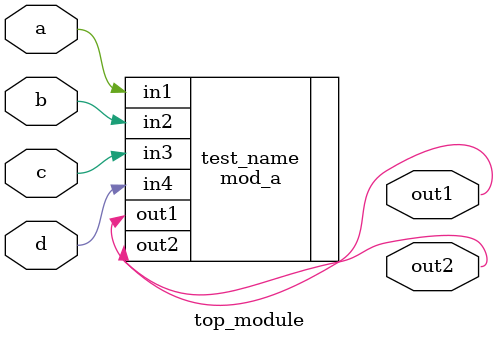
<source format=v>
module top_module ( 
    input a, 
    input b, 
    input c,
    input d,
    output out1,
    output out2
);
    mod_a test_name (.out1(out1),
                     .out2(out2),
                     .in1(a),
                     .in2(b),
                     .in3(c),
                     .in4(d));

endmodule

</source>
